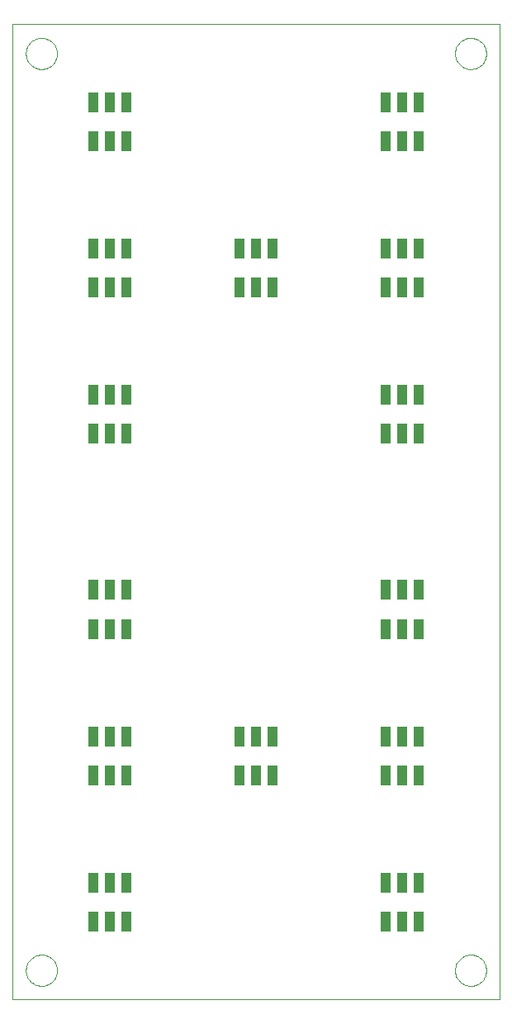
<source format=gtp>
G75*
G70*
%OFA0B0*%
%FSLAX24Y24*%
%IPPOS*%
%LPD*%
%AMOC8*
5,1,8,0,0,1.08239X$1,22.5*
%
%ADD10C,0.0000*%
%ADD11R,0.0433X0.0787*%
D10*
X000554Y000554D02*
X000554Y039924D01*
X020239Y039924D01*
X020239Y000554D01*
X000554Y000554D01*
X001105Y001735D02*
X001107Y001785D01*
X001113Y001835D01*
X001123Y001884D01*
X001137Y001932D01*
X001154Y001979D01*
X001175Y002024D01*
X001200Y002068D01*
X001228Y002109D01*
X001260Y002148D01*
X001294Y002185D01*
X001331Y002219D01*
X001371Y002249D01*
X001413Y002276D01*
X001457Y002300D01*
X001503Y002321D01*
X001550Y002337D01*
X001598Y002350D01*
X001648Y002359D01*
X001697Y002364D01*
X001748Y002365D01*
X001798Y002362D01*
X001847Y002355D01*
X001896Y002344D01*
X001944Y002329D01*
X001990Y002311D01*
X002035Y002289D01*
X002078Y002263D01*
X002119Y002234D01*
X002158Y002202D01*
X002194Y002167D01*
X002226Y002129D01*
X002256Y002089D01*
X002283Y002046D01*
X002306Y002002D01*
X002325Y001956D01*
X002341Y001908D01*
X002353Y001859D01*
X002361Y001810D01*
X002365Y001760D01*
X002365Y001710D01*
X002361Y001660D01*
X002353Y001611D01*
X002341Y001562D01*
X002325Y001514D01*
X002306Y001468D01*
X002283Y001424D01*
X002256Y001381D01*
X002226Y001341D01*
X002194Y001303D01*
X002158Y001268D01*
X002119Y001236D01*
X002078Y001207D01*
X002035Y001181D01*
X001990Y001159D01*
X001944Y001141D01*
X001896Y001126D01*
X001847Y001115D01*
X001798Y001108D01*
X001748Y001105D01*
X001697Y001106D01*
X001648Y001111D01*
X001598Y001120D01*
X001550Y001133D01*
X001503Y001149D01*
X001457Y001170D01*
X001413Y001194D01*
X001371Y001221D01*
X001331Y001251D01*
X001294Y001285D01*
X001260Y001322D01*
X001228Y001361D01*
X001200Y001402D01*
X001175Y001446D01*
X001154Y001491D01*
X001137Y001538D01*
X001123Y001586D01*
X001113Y001635D01*
X001107Y001685D01*
X001105Y001735D01*
X018428Y001735D02*
X018430Y001785D01*
X018436Y001835D01*
X018446Y001884D01*
X018460Y001932D01*
X018477Y001979D01*
X018498Y002024D01*
X018523Y002068D01*
X018551Y002109D01*
X018583Y002148D01*
X018617Y002185D01*
X018654Y002219D01*
X018694Y002249D01*
X018736Y002276D01*
X018780Y002300D01*
X018826Y002321D01*
X018873Y002337D01*
X018921Y002350D01*
X018971Y002359D01*
X019020Y002364D01*
X019071Y002365D01*
X019121Y002362D01*
X019170Y002355D01*
X019219Y002344D01*
X019267Y002329D01*
X019313Y002311D01*
X019358Y002289D01*
X019401Y002263D01*
X019442Y002234D01*
X019481Y002202D01*
X019517Y002167D01*
X019549Y002129D01*
X019579Y002089D01*
X019606Y002046D01*
X019629Y002002D01*
X019648Y001956D01*
X019664Y001908D01*
X019676Y001859D01*
X019684Y001810D01*
X019688Y001760D01*
X019688Y001710D01*
X019684Y001660D01*
X019676Y001611D01*
X019664Y001562D01*
X019648Y001514D01*
X019629Y001468D01*
X019606Y001424D01*
X019579Y001381D01*
X019549Y001341D01*
X019517Y001303D01*
X019481Y001268D01*
X019442Y001236D01*
X019401Y001207D01*
X019358Y001181D01*
X019313Y001159D01*
X019267Y001141D01*
X019219Y001126D01*
X019170Y001115D01*
X019121Y001108D01*
X019071Y001105D01*
X019020Y001106D01*
X018971Y001111D01*
X018921Y001120D01*
X018873Y001133D01*
X018826Y001149D01*
X018780Y001170D01*
X018736Y001194D01*
X018694Y001221D01*
X018654Y001251D01*
X018617Y001285D01*
X018583Y001322D01*
X018551Y001361D01*
X018523Y001402D01*
X018498Y001446D01*
X018477Y001491D01*
X018460Y001538D01*
X018446Y001586D01*
X018436Y001635D01*
X018430Y001685D01*
X018428Y001735D01*
X018428Y038743D02*
X018430Y038793D01*
X018436Y038843D01*
X018446Y038892D01*
X018460Y038940D01*
X018477Y038987D01*
X018498Y039032D01*
X018523Y039076D01*
X018551Y039117D01*
X018583Y039156D01*
X018617Y039193D01*
X018654Y039227D01*
X018694Y039257D01*
X018736Y039284D01*
X018780Y039308D01*
X018826Y039329D01*
X018873Y039345D01*
X018921Y039358D01*
X018971Y039367D01*
X019020Y039372D01*
X019071Y039373D01*
X019121Y039370D01*
X019170Y039363D01*
X019219Y039352D01*
X019267Y039337D01*
X019313Y039319D01*
X019358Y039297D01*
X019401Y039271D01*
X019442Y039242D01*
X019481Y039210D01*
X019517Y039175D01*
X019549Y039137D01*
X019579Y039097D01*
X019606Y039054D01*
X019629Y039010D01*
X019648Y038964D01*
X019664Y038916D01*
X019676Y038867D01*
X019684Y038818D01*
X019688Y038768D01*
X019688Y038718D01*
X019684Y038668D01*
X019676Y038619D01*
X019664Y038570D01*
X019648Y038522D01*
X019629Y038476D01*
X019606Y038432D01*
X019579Y038389D01*
X019549Y038349D01*
X019517Y038311D01*
X019481Y038276D01*
X019442Y038244D01*
X019401Y038215D01*
X019358Y038189D01*
X019313Y038167D01*
X019267Y038149D01*
X019219Y038134D01*
X019170Y038123D01*
X019121Y038116D01*
X019071Y038113D01*
X019020Y038114D01*
X018971Y038119D01*
X018921Y038128D01*
X018873Y038141D01*
X018826Y038157D01*
X018780Y038178D01*
X018736Y038202D01*
X018694Y038229D01*
X018654Y038259D01*
X018617Y038293D01*
X018583Y038330D01*
X018551Y038369D01*
X018523Y038410D01*
X018498Y038454D01*
X018477Y038499D01*
X018460Y038546D01*
X018446Y038594D01*
X018436Y038643D01*
X018430Y038693D01*
X018428Y038743D01*
X001105Y038743D02*
X001107Y038793D01*
X001113Y038843D01*
X001123Y038892D01*
X001137Y038940D01*
X001154Y038987D01*
X001175Y039032D01*
X001200Y039076D01*
X001228Y039117D01*
X001260Y039156D01*
X001294Y039193D01*
X001331Y039227D01*
X001371Y039257D01*
X001413Y039284D01*
X001457Y039308D01*
X001503Y039329D01*
X001550Y039345D01*
X001598Y039358D01*
X001648Y039367D01*
X001697Y039372D01*
X001748Y039373D01*
X001798Y039370D01*
X001847Y039363D01*
X001896Y039352D01*
X001944Y039337D01*
X001990Y039319D01*
X002035Y039297D01*
X002078Y039271D01*
X002119Y039242D01*
X002158Y039210D01*
X002194Y039175D01*
X002226Y039137D01*
X002256Y039097D01*
X002283Y039054D01*
X002306Y039010D01*
X002325Y038964D01*
X002341Y038916D01*
X002353Y038867D01*
X002361Y038818D01*
X002365Y038768D01*
X002365Y038718D01*
X002361Y038668D01*
X002353Y038619D01*
X002341Y038570D01*
X002325Y038522D01*
X002306Y038476D01*
X002283Y038432D01*
X002256Y038389D01*
X002226Y038349D01*
X002194Y038311D01*
X002158Y038276D01*
X002119Y038244D01*
X002078Y038215D01*
X002035Y038189D01*
X001990Y038167D01*
X001944Y038149D01*
X001896Y038134D01*
X001847Y038123D01*
X001798Y038116D01*
X001748Y038113D01*
X001697Y038114D01*
X001648Y038119D01*
X001598Y038128D01*
X001550Y038141D01*
X001503Y038157D01*
X001457Y038178D01*
X001413Y038202D01*
X001371Y038229D01*
X001331Y038259D01*
X001294Y038293D01*
X001260Y038330D01*
X001228Y038369D01*
X001200Y038410D01*
X001175Y038454D01*
X001154Y038499D01*
X001137Y038546D01*
X001123Y038594D01*
X001113Y038643D01*
X001107Y038693D01*
X001105Y038743D01*
D11*
X003822Y036775D03*
X004491Y036775D03*
X005161Y036775D03*
X005161Y035200D03*
X004491Y035200D03*
X003822Y035200D03*
X003822Y030869D03*
X004491Y030869D03*
X005161Y030869D03*
X005161Y029294D03*
X004491Y029294D03*
X003822Y029294D03*
X003822Y024964D03*
X004491Y024964D03*
X005161Y024964D03*
X005161Y023389D03*
X004491Y023389D03*
X003822Y023389D03*
X003822Y017090D03*
X004491Y017090D03*
X005161Y017090D03*
X005161Y015515D03*
X004491Y015515D03*
X003822Y015515D03*
X003822Y011184D03*
X004491Y011184D03*
X005161Y011184D03*
X005161Y009609D03*
X004491Y009609D03*
X003822Y009609D03*
X003822Y005279D03*
X004491Y005279D03*
X005161Y005279D03*
X005161Y003704D03*
X004491Y003704D03*
X003822Y003704D03*
X009728Y009609D03*
X010397Y009609D03*
X011066Y009609D03*
X011066Y011184D03*
X010397Y011184D03*
X009728Y011184D03*
X015633Y011184D03*
X016302Y011184D03*
X016972Y011184D03*
X016972Y009609D03*
X016302Y009609D03*
X015633Y009609D03*
X015633Y005279D03*
X016302Y005279D03*
X016972Y005279D03*
X016972Y003704D03*
X016302Y003704D03*
X015633Y003704D03*
X015633Y015515D03*
X016302Y015515D03*
X016972Y015515D03*
X016972Y017090D03*
X016302Y017090D03*
X015633Y017090D03*
X015633Y023389D03*
X016302Y023389D03*
X016972Y023389D03*
X016972Y024964D03*
X016302Y024964D03*
X015633Y024964D03*
X015633Y029294D03*
X016302Y029294D03*
X016972Y029294D03*
X016972Y030869D03*
X016302Y030869D03*
X015633Y030869D03*
X015633Y035200D03*
X016302Y035200D03*
X016972Y035200D03*
X016972Y036775D03*
X016302Y036775D03*
X015633Y036775D03*
X011066Y030869D03*
X010397Y030869D03*
X009728Y030869D03*
X009728Y029294D03*
X010397Y029294D03*
X011066Y029294D03*
M02*

</source>
